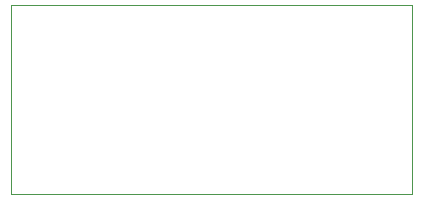
<source format=gm1>
%TF.GenerationSoftware,KiCad,Pcbnew,(6.0.6)*%
%TF.CreationDate,2023-03-09T17:56:09+01:00*%
%TF.ProjectId,dc_block,64635f62-6c6f-4636-9b2e-6b696361645f,rev?*%
%TF.SameCoordinates,Original*%
%TF.FileFunction,Profile,NP*%
%FSLAX46Y46*%
G04 Gerber Fmt 4.6, Leading zero omitted, Abs format (unit mm)*
G04 Created by KiCad (PCBNEW (6.0.6)) date 2023-03-09 17:56:09*
%MOMM*%
%LPD*%
G01*
G04 APERTURE LIST*
%TA.AperFunction,Profile*%
%ADD10C,0.100000*%
%TD*%
G04 APERTURE END LIST*
D10*
X134000000Y-82000000D02*
X134000000Y-98000000D01*
X134000000Y-98000000D02*
X100000000Y-98000000D01*
X100000000Y-98000000D02*
X100000000Y-82000000D01*
X100000000Y-82000000D02*
X134000000Y-82000000D01*
M02*

</source>
